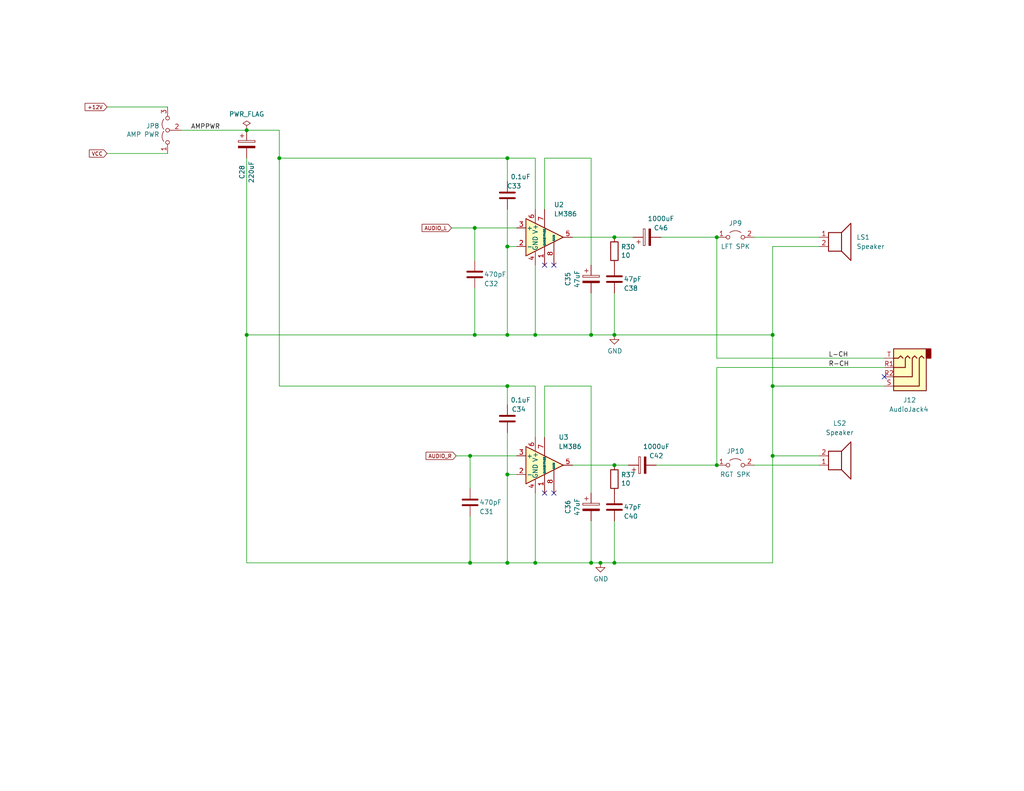
<source format=kicad_sch>
(kicad_sch (version 20211123) (generator eeschema)
  (paper "A")
  (lib_symbols
    (symbol "Amplifier_Audio:LM386" (pin_names (offset 0.127))
      (property "Reference" "U" (at 1.27 7.62 0))
      (property "Value" "LM386" (at 1.27 5.08 0))
      (symbol "LM386_0_1"
        (polyline (pts (xy 5.08 0) (xy -5.08 5.08) (xy -5.08 -5.08) (xy 5.08 0)) (stroke (width 0.254)) (fill (type background)))
      )
      (symbol "LM386_1_1"
        (pin input line (at 0 -7.62 90) (length 5.08) (name "GAIN") (number "1"))
        (pin input line (at -7.62 -2.54 0) (length 2.54) (name "-") (number "2"))
        (pin input line (at -7.62 2.54 0) (length 2.54) (name "+") (number "3"))
        (pin power_in line (at -2.54 -7.62 90) (length 3.81) (name "GND") (number "4"))
        (pin output line (at 7.62 0 180) (length 2.54) (name "~") (number "5"))
        (pin power_in line (at -2.54 7.62 270) (length 3.81) (name "V+") (number "6"))
        (pin input line (at 0 7.62 270) (length 5.08) (name "BYPASS") (number "7"))
        (pin input line (at 2.54 -7.62 90) (length 6.35) (name "GAIN") (number "8"))
      )
    )
    (symbol "Connector:AudioJack4"
      (property "Reference" "J" (at 0 8.89 0))
      (property "Value" "AudioJack4" (at 0 6.35 0))
      (symbol "AudioJack4_0_1"
        (rectangle (start -6.35 -5.08) (end -7.62 -7.62) (stroke (width 0.254)) (fill (type outline)))
        (polyline (pts (xy 0 -5.08) (xy 0.635 -5.715) (xy 1.27 -5.08) (xy 2.54 -5.08)) (stroke (width 0.254)))
        (polyline (pts (xy -5.715 -5.08) (xy -5.08 -5.715) (xy -4.445 -5.08) (xy -4.445 2.54) (xy 2.54 2.54)) (stroke (width 0.254)))
        (polyline (pts (xy -1.905 -5.08) (xy -1.27 -5.715) (xy -0.635 -5.08) (xy -0.635 -2.54) (xy 2.54 -2.54)) (stroke (width 0.254)))
        (polyline (pts (xy 2.54 0) (xy -2.54 0) (xy -2.54 -5.08) (xy -3.175 -5.715) (xy -3.81 -5.08)) (stroke (width 0.254)))
        (rectangle (start 2.54 3.81) (end -6.35 -7.62) (stroke (width 0.254)) (fill (type background)))
      )
      (symbol "AudioJack4_1_1"
        (pin passive line (at 5.08 -2.54 180) (length 2.54) (name "~") (number "R1"))
        (pin passive line (at 5.08 0 180) (length 2.54) (name "~") (number "R2"))
        (pin passive line (at 5.08 2.54 180) (length 2.54) (name "~") (number "S"))
        (pin passive line (at 5.08 -5.08 180) (length 2.54) (name "~") (number "T"))
      )
    )
    (symbol "Device:C" (pin_numbers hide) (pin_names (offset 0.254))
      (property "Reference" "C" (at 0.635 2.54 0))
      (property "Value" "C" (at 0.635 -2.54 0))
      (symbol "C_0_1"
        (polyline (pts (xy -2.032 -0.762) (xy 2.032 -0.762)) (stroke (width 0.508)))
        (polyline (pts (xy -2.032 0.762) (xy 2.032 0.762)) (stroke (width 0.508)))
      )
      (symbol "C_1_1"
        (pin passive line (at 0 3.81 270) (length 2.794) (name "~") (number "1"))
        (pin passive line (at 0 -3.81 90) (length 2.794) (name "~") (number "2"))
      )
    )
    (symbol "Device:C_Polarized" (pin_numbers hide) (pin_names (offset 0.254))
      (property "Reference" "C" (at 0.635 2.54 0))
      (property "Value" "C_Polarized" (at 0.635 -2.54 0))
      (symbol "C_Polarized_0_1"
        (rectangle (start -2.286 0.508) (end 2.286 1.016))
        (polyline (pts (xy -1.778 2.286) (xy -0.762 2.286)))
        (polyline (pts (xy -1.27 2.794) (xy -1.27 1.778)))
        (rectangle (start 2.286 -0.508) (end -2.286 -1.016) (fill (type outline)))
      )
      (symbol "C_Polarized_1_1"
        (pin passive line (at 0 3.81 270) (length 2.794) (name "~") (number "1"))
        (pin passive line (at 0 -3.81 90) (length 2.794) (name "~") (number "2"))
      )
    )
    (symbol "Device:R" (pin_numbers hide) (pin_names (offset 0))
      (property "Reference" "R" (at 2.032 0 90))
      (property "Value" "R" (at 0 0 90))
      (symbol "R_0_1"
        (rectangle (start -1.016 -2.54) (end 1.016 2.54) (stroke (width 0.254)))
      )
      (symbol "R_1_1"
        (pin passive line (at 0 3.81 270) (length 1.27) (name "~") (number "1"))
        (pin passive line (at 0 -3.81 90) (length 1.27) (name "~") (number "2"))
      )
    )
    (symbol "Device:Speaker" (pin_names (offset 0) hide)
      (property "Reference" "LS" (at 1.27 5.715 0))
      (property "Value" "Speaker" (at 1.27 3.81 0))
      (symbol "Speaker_0_0"
        (rectangle (start -2.54 1.27) (end 1.016 -3.81) (stroke (width 0.254)))
        (polyline (pts (xy 1.016 1.27) (xy 3.556 3.81) (xy 3.556 -6.35) (xy 1.016 -3.81)) (stroke (width 0.254)))
      )
      (symbol "Speaker_1_1"
        (pin input line (at -5.08 0 0) (length 2.54) (name "1") (number "1"))
        (pin input line (at -5.08 -2.54 0) (length 2.54) (name "2") (number "2"))
      )
    )
    (symbol "Jumper:Jumper_2_Open" (pin_names (offset 0) hide)
      (property "Reference" "JP" (at 0 2.794 0))
      (property "Value" "Jumper_2_Open" (at 0 -2.286 0))
      (symbol "Jumper_2_Open_0_0"
        (circle (center -2.032 0) (radius 0.508))
        (circle (center 2.032 0) (radius 0.508))
      )
      (symbol "Jumper_2_Open_0_1"
        (arc (start 1.524 1.27) (mid 0 1.778) (end -1.524 1.27))
      )
      (symbol "Jumper_2_Open_1_1"
        (pin passive line (at -5.08 0 0) (length 2.54) (name "A") (number "1"))
        (pin passive line (at 5.08 0 180) (length 2.54) (name "B") (number "2"))
      )
    )
    (symbol "Jumper:Jumper_3_Open" (pin_names (offset 0) hide)
      (property "Reference" "JP" (at -2.54 -2.54 0))
      (property "Value" "Jumper_3_Open" (at 0 2.794 0))
      (symbol "Jumper_3_Open_0_0"
        (circle (center -3.302 0) (radius 0.508))
        (circle (center 0 0) (radius 0.508))
        (circle (center 3.302 0) (radius 0.508))
      )
      (symbol "Jumper_3_Open_0_1"
        (arc (start -0.254 1.016) (mid -1.651 1.4992) (end -3.048 1.016))
        (polyline (pts (xy 0 -0.508) (xy 0 -1.27)))
        (arc (start 3.048 1.016) (mid 1.651 1.4992) (end 0.254 1.016))
      )
      (symbol "Jumper_3_Open_1_1"
        (pin passive line (at -6.35 0 0) (length 2.54) (name "A") (number "1"))
        (pin passive line (at 0 -3.81 90) (length 2.54) (name "C") (number "2"))
        (pin passive line (at 6.35 0 180) (length 2.54) (name "B") (number "3"))
      )
    )
    (symbol "power:GND" (power) (pin_names (offset 0))
      (property "Value" "GND" (at 0 -3.81 0))
      (symbol "GND_0_1"
        (polyline (pts (xy 0 0) (xy 0 -1.27) (xy 1.27 -1.27) (xy 0 -2.54) (xy -1.27 -1.27) (xy 0 -1.27)))
      )
      (symbol "GND_1_1"
        (pin power_in line (at 0 0 270) (length 0) hide (name "GND") (number "1"))
      )
    )
    (symbol "power:PWR_FLAG" (power) (pin_numbers hide) (pin_names (offset 0) hide)
      (property "Value" "PWR_FLAG" (at 0 3.81 0))
      (symbol "PWR_FLAG_0_0"
        (pin power_out line (at 0 0 90) (length 0) (name "pwr") (number "1"))
      )
      (symbol "PWR_FLAG_0_1"
        (polyline (pts (xy 0 0) (xy 0 1.27) (xy -1.016 1.905) (xy 0 2.54) (xy 1.016 1.905) (xy 0 1.27)))
      )
    )
  )
  (junction (at 138.43 43.18))
  (junction (at 161.29 153.67))
  (junction (at 138.43 105.41))
  (junction (at 128.27 124.46))
  (junction (at 76.2 43.18))
  (junction (at 210.82 91.44))
  (junction (at 195.58 127))
  (junction (at 138.43 129.54))
  (junction (at 129.54 91.44))
  (junction (at 167.64 64.77))
  (junction (at 210.82 105.41))
  (junction (at 67.31 91.44))
  (junction (at 195.58 64.77))
  (junction (at 129.54 62.23))
  (junction (at 163.83 153.67))
  (junction (at 210.82 124.46))
  (junction (at 128.27 153.67))
  (junction (at 146.05 153.67))
  (junction (at 67.31 35.56))
  (junction (at 138.43 153.67))
  (junction (at 138.43 91.44))
  (junction (at 146.05 91.44))
  (junction (at 161.29 91.44))
  (junction (at 167.64 127))
  (junction (at 167.64 91.44))
  (junction (at 167.64 153.67))
  (junction (at 138.43 67.31))
  (no_connect (at 151.13 72.39))
  (no_connect (at 148.59 72.39))
  (no_connect (at 148.59 134.62))
  (no_connect (at 241.3 102.87))
  (no_connect (at 151.13 134.62))
  (wire (pts (xy 138.43 43.18) (xy 146.05 43.18)))
  (wire (pts (xy 161.29 153.67) (xy 163.83 153.67)))
  (wire (pts (xy 146.05 91.44) (xy 161.29 91.44)))
  (wire (pts (xy 210.82 67.31) (xy 210.82 91.44)))
  (wire (pts (xy 161.29 91.44) (xy 167.64 91.44)))
  (wire (pts (xy 156.21 64.77) (xy 167.64 64.77)))
  (wire (pts (xy 138.43 49.53) (xy 138.43 43.18)))
  (wire (pts (xy 140.97 129.54) (xy 138.43 129.54)))
  (wire (pts (xy 138.43 110.49) (xy 138.43 105.41)))
  (wire (pts (xy 210.82 105.41) (xy 241.3 105.41)))
  (wire (pts (xy 241.3 97.79) (xy 195.58 97.79)))
  (wire (pts (xy 167.64 80.01) (xy 167.64 91.44)))
  (wire (pts (xy 129.54 71.12) (xy 129.54 62.23)))
  (wire (pts (xy 161.29 105.41) (xy 161.29 134.62)))
  (wire (pts (xy 138.43 105.41) (xy 146.05 105.41)))
  (wire (pts (xy 76.2 105.41) (xy 138.43 105.41)))
  (wire (pts (xy 163.83 153.67) (xy 167.64 153.67)))
  (wire (pts (xy 76.2 35.56) (xy 76.2 43.18)))
  (wire (pts (xy 138.43 43.18) (xy 76.2 43.18)))
  (wire (pts (xy 210.82 124.46) (xy 210.82 153.67)))
  (wire (pts (xy 210.82 67.31) (xy 223.52 67.31)))
  (wire (pts (xy 67.31 91.44) (xy 67.31 153.67)))
  (wire (pts (xy 138.43 91.44) (xy 146.05 91.44)))
  (wire (pts (xy 146.05 134.62) (xy 146.05 153.67)))
  (wire (pts (xy 29.21 29.21) (xy 45.72 29.21)))
  (wire (pts (xy 148.59 43.18) (xy 148.59 57.15)))
  (wire (pts (xy 129.54 91.44) (xy 138.43 91.44)))
  (wire (pts (xy 241.3 100.33) (xy 195.58 100.33)))
  (wire (pts (xy 210.82 105.41) (xy 210.82 124.46)))
  (wire (pts (xy 138.43 153.67) (xy 146.05 153.67)))
  (wire (pts (xy 67.31 153.67) (xy 128.27 153.67)))
  (wire (pts (xy 67.31 35.56) (xy 76.2 35.56)))
  (wire (pts (xy 124.46 124.46) (xy 128.27 124.46)))
  (wire (pts (xy 210.82 91.44) (xy 210.82 105.41)))
  (wire (pts (xy 180.34 64.77) (xy 195.58 64.77)))
  (wire (pts (xy 67.31 43.18) (xy 67.31 91.44)))
  (wire (pts (xy 146.05 72.39) (xy 146.05 91.44)))
  (wire (pts (xy 128.27 124.46) (xy 140.97 124.46)))
  (wire (pts (xy 167.64 127) (xy 171.45 127)))
  (wire (pts (xy 146.05 153.67) (xy 161.29 153.67)))
  (wire (pts (xy 205.74 64.77) (xy 223.52 64.77)))
  (wire (pts (xy 146.05 105.41) (xy 146.05 119.38)))
  (wire (pts (xy 161.29 80.01) (xy 161.29 91.44)))
  (wire (pts (xy 148.59 43.18) (xy 161.29 43.18)))
  (wire (pts (xy 167.64 153.67) (xy 210.82 153.67)))
  (wire (pts (xy 195.58 127) (xy 179.07 127)))
  (wire (pts (xy 138.43 129.54) (xy 138.43 118.11)))
  (wire (pts (xy 76.2 43.18) (xy 76.2 105.41)))
  (wire (pts (xy 138.43 129.54) (xy 138.43 153.67)))
  (wire (pts (xy 195.58 97.79) (xy 195.58 64.77)))
  (wire (pts (xy 148.59 105.41) (xy 148.59 119.38)))
  (wire (pts (xy 167.64 142.24) (xy 167.64 153.67)))
  (wire (pts (xy 140.97 62.23) (xy 129.54 62.23)))
  (wire (pts (xy 138.43 67.31) (xy 138.43 91.44)))
  (wire (pts (xy 129.54 78.74) (xy 129.54 91.44)))
  (wire (pts (xy 128.27 153.67) (xy 138.43 153.67)))
  (wire (pts (xy 67.31 91.44) (xy 129.54 91.44)))
  (wire (pts (xy 146.05 43.18) (xy 146.05 57.15)))
  (wire (pts (xy 49.53 35.56) (xy 67.31 35.56)))
  (wire (pts (xy 156.21 127) (xy 167.64 127)))
  (wire (pts (xy 29.21 41.91) (xy 45.72 41.91)))
  (wire (pts (xy 161.29 72.39) (xy 161.29 43.18)))
  (wire (pts (xy 167.64 91.44) (xy 210.82 91.44)))
  (wire (pts (xy 138.43 57.15) (xy 138.43 67.31)))
  (wire (pts (xy 148.59 105.41) (xy 161.29 105.41)))
  (wire (pts (xy 123.19 62.23) (xy 129.54 62.23)))
  (wire (pts (xy 161.29 142.24) (xy 161.29 153.67)))
  (wire (pts (xy 210.82 124.46) (xy 223.52 124.46)))
  (wire (pts (xy 205.74 127) (xy 223.52 127)))
  (wire (pts (xy 172.72 64.77) (xy 167.64 64.77)))
  (wire (pts (xy 195.58 100.33) (xy 195.58 127)))
  (wire (pts (xy 140.97 67.31) (xy 138.43 67.31)))
  (wire (pts (xy 128.27 140.97) (xy 128.27 153.67)))
  (wire (pts (xy 128.27 124.46) (xy 128.27 133.35)))
  (label "AMPPWR" (at 52.07 35.56 0))
  (label "L-CH" (at 226.06 97.79 0))
  (label "R-CH" (at 226.06 100.33 0))
  (global_label "+12V" (shape input) (at 29.21 29.21 180) (effects (font (size 1.016 1.016))) (property "Intersheet References" "${INTERSHEET_REFS}" (effects hide)))
  (global_label "AUDIO_R" (shape input) (at 124.46 124.46 180) (effects (font (size 1.016 1.016))) (property "Intersheet References" "${INTERSHEET_REFS}" (effects hide)))
  (global_label "AUDIO_L" (shape input) (at 123.19 62.23 180) (effects (font (size 1.016 1.016))) (property "Intersheet References" "${INTERSHEET_REFS}" (effects hide)))
  (global_label "VCC" (shape input) (at 29.21 41.91 180) (effects (font (size 1.016 1.016))) (property "Intersheet References" "${INTERSHEET_REFS}" (effects hide)))
  (symbol (lib_id "Device:R") (at 167.64 130.81 180) (unit 1)
    (property "Reference" "R37" (at 169.418 129.6416 0) (effects (justify right)))
    (property "Value" "10" (at 169.418 131.953 0) (effects (justify right)))
    (property "Footprint" "Resistor_THT:R_Axial_DIN0207_L6.3mm_D2.5mm_P10.16mm_Horizontal" (effects hide))
  )
  (symbol (lib_id "Jumper:Jumper_3_Open") (at 45.72 35.56 90) (unit 1)
    (property "Reference" "JP8" (at 43.5102 34.3916 90) (effects (justify left)))
    (property "Value" "AMP PWR" (at 43.5102 36.703 90) (effects (justify left)))
    (property "Footprint" "Connector_PinHeader_2.54mm:PinHeader_1x03_P2.54mm_Vertical" (effects hide))
  )
  (symbol (lib_id "Device:C") (at 138.43 114.3 180) (unit 1)
    (property "Reference" "C34" (at 143.51 111.76 0) (effects (justify left)))
    (property "Value" "0.1uF" (at 144.78 109.22 0) (effects (justify left)))
    (property "Footprint" "Capacitor_THT:C_Disc_D5.0mm_W2.5mm_P5.00mm" (effects hide))
  )
  (symbol (lib_id "Device:C_Polarized") (at 67.31 39.37 0) (unit 1)
    (property "Reference" "C28" (at 66.04 46.99 90))
    (property "Value" "220uF" (at 68.58 46.99 90))
    (property "Footprint" "Capacitor_THT:CP_Radial_D8.0mm_P2.50mm" (effects hide))
  )
  (symbol (lib_id "power:PWR_FLAG") (at 67.31 35.56 0) (unit 1)
    (property "Reference" "#FLG05" (effects hide))
    (property "Value" "PWR_FLAG" (at 67.31 31.1658 0))
  )
  (symbol (lib_id "Device:C") (at 167.64 76.2 0) (unit 1)
    (property "Reference" "C38" (at 170.18 78.74 0) (effects (justify left)))
    (property "Value" "47pF" (at 170.18 76.2 0) (effects (justify left)))
    (property "Footprint" "Capacitor_THT:C_Disc_D5.0mm_W2.5mm_P5.00mm" (effects hide))
  )
  (symbol (lib_id "Device:C_Polarized") (at 175.26 127 90) (unit 1)
    (property "Reference" "C42" (at 179.07 124.46 90))
    (property "Value" "1000uF" (at 179.07 121.92 90))
    (property "Footprint" "Capacitor_THT:CP_Radial_D8.0mm_P2.50mm" (effects hide))
  )
  (symbol (lib_id "Device:C") (at 167.64 138.43 0) (unit 1)
    (property "Reference" "C40" (at 170.18 140.97 0) (effects (justify left)))
    (property "Value" "47pF" (at 170.18 138.43 0) (effects (justify left)))
    (property "Footprint" "Capacitor_THT:C_Disc_D5.0mm_W2.5mm_P5.00mm" (effects hide))
  )
  (symbol (lib_id "power:GND") (at 167.64 91.44 0) (unit 1)
    (property "Reference" "#PWR016" (effects hide))
    (property "Value" "GND" (at 167.767 95.8342 0))
  )
  (symbol (lib_id "Jumper:Jumper_2_Open") (at 200.66 64.77 0) (unit 1)
    (property "Reference" "JP9" (at 200.66 60.96 0))
    (property "Value" "LFT SPK" (at 200.66 67.31 0))
    (property "Footprint" "Connector_PinHeader_2.54mm:PinHeader_1x02_P2.54mm_Vertical" (effects hide))
  )
  (symbol (lib_id "Device:C_Polarized") (at 161.29 138.43 0) (unit 1)
    (property "Reference" "C36" (at 154.94 138.43 90))
    (property "Value" "47uF" (at 157.48 138.43 90))
    (property "Footprint" "Capacitor_THT:CP_Radial_D5.0mm_P2.50mm" (effects hide))
  )
  (symbol (lib_id "Device:R") (at 167.64 68.58 180) (unit 1)
    (property "Reference" "R30" (at 169.418 67.4116 0) (effects (justify right)))
    (property "Value" "10" (at 169.418 69.723 0) (effects (justify right)))
    (property "Footprint" "Resistor_THT:R_Axial_DIN0207_L6.3mm_D2.5mm_P10.16mm_Horizontal" (effects hide))
  )
  (symbol (lib_id "Jumper:Jumper_2_Open") (at 200.66 127 0) (unit 1)
    (property "Reference" "JP10" (at 200.66 123.19 0))
    (property "Value" "RGT SPK" (at 200.66 129.54 0))
    (property "Footprint" "Connector_PinHeader_2.54mm:PinHeader_1x02_P2.54mm_Vertical" (effects hide))
  )
  (symbol (lib_id "Connector:AudioJack4") (at 246.38 102.87 180) (unit 1)
    (property "Reference" "J12" (at 246.38 109.22 0) (effects (justify right)))
    (property "Value" "AudioJack4" (at 242.57 111.76 0) (effects (justify right)))
    (property "Footprint" "Connector_Audio:Jack_3.5mm_PJ320E_Horizontal" (effects hide))
  )
  (symbol (lib_id "Device:Speaker") (at 228.6 127 0) (mirror x) (unit 1)
    (property "Reference" "LS2" (at 229.108 115.57 0))
    (property "Value" "Speaker" (at 229.108 118.11 0))
    (property "Footprint" "Jameco PCB Speaker 30mm 135722:Jameco PCB Speaker 30mm 135722" (effects hide))
  )
  (symbol (lib_id "power:GND") (at 163.83 153.67 0) (unit 1)
    (property "Reference" "#PWR015" (effects hide))
    (property "Value" "GND" (at 163.957 158.0642 0))
  )
  (symbol (lib_id "Device:C") (at 129.54 74.93 0) (unit 1)
    (property "Reference" "C32" (at 132.08 77.47 0) (effects (justify left)))
    (property "Value" "470pF" (at 132.08 74.93 0) (effects (justify left)))
    (property "Footprint" "Capacitor_THT:C_Disc_D5.0mm_W2.5mm_P5.00mm" (effects hide))
  )
  (symbol (lib_id "Device:C_Polarized") (at 176.53 64.77 90) (unit 1)
    (property "Reference" "C46" (at 180.34 62.23 90))
    (property "Value" "1000uF" (at 180.34 59.69 90))
    (property "Footprint" "Capacitor_THT:CP_Radial_D8.0mm_P2.50mm" (effects hide))
  )
  (symbol (lib_id "Amplifier_Audio:LM386") (at 148.59 64.77 0) (unit 1)
    (property "Reference" "U2" (at 151.13 55.88 0) (effects (justify left)))
    (property "Value" "LM386" (at 151.13 58.42 0) (effects (justify left)))
    (property "Footprint" "Package_DIP:DIP-8_W7.62mm" (effects hide))
    (property "Datasheet" "http://www.ti.com/lit/ds/symlink/lm386.pdf" (effects hide))
  )
  (symbol (lib_id "Device:Speaker") (at 228.6 64.77 0) (unit 1)
    (property "Reference" "LS1" (at 233.68 64.7699 0) (effects (justify left)))
    (property "Value" "Speaker" (at 233.68 67.3099 0) (effects (justify left)))
    (property "Footprint" "Jameco PCB Speaker 30mm 135722:Jameco PCB Speaker 30mm 135722" (effects hide))
  )
  (symbol (lib_id "Device:C_Polarized") (at 161.29 76.2 0) (unit 1)
    (property "Reference" "C35" (at 154.94 76.2 90))
    (property "Value" "47uF" (at 157.48 76.2 90))
    (property "Footprint" "Capacitor_THT:CP_Radial_D5.0mm_P2.50mm" (effects hide))
  )
  (symbol (lib_id "Amplifier_Audio:LM386") (at 148.59 127 0) (unit 1)
    (property "Reference" "U3" (at 152.4 119.38 0) (effects (justify left)))
    (property "Value" "LM386" (at 152.4 121.92 0) (effects (justify left)))
    (property "Footprint" "Package_DIP:DIP-8_W7.62mm" (effects hide))
    (property "Datasheet" "http://www.ti.com/lit/ds/symlink/lm386.pdf" (effects hide))
  )
  (symbol (lib_id "Device:C") (at 138.43 53.34 180) (unit 1)
    (property "Reference" "C33" (at 142.24 50.8 0) (effects (justify left)))
    (property "Value" "0.1uF" (at 144.78 48.26 0) (effects (justify left)))
    (property "Footprint" "Capacitor_THT:C_Disc_D5.0mm_W2.5mm_P5.00mm" (effects hide))
  )
  (symbol (lib_id "Device:C") (at 128.27 137.16 0) (unit 1)
    (property "Reference" "C31" (at 130.81 139.7 0) (effects (justify left)))
    (property "Value" "470pF" (at 130.81 137.16 0) (effects (justify left)))
    (property "Footprint" "Capacitor_THT:C_Disc_D5.0mm_W2.5mm_P5.00mm" (effects hide))
  )
)
</source>
